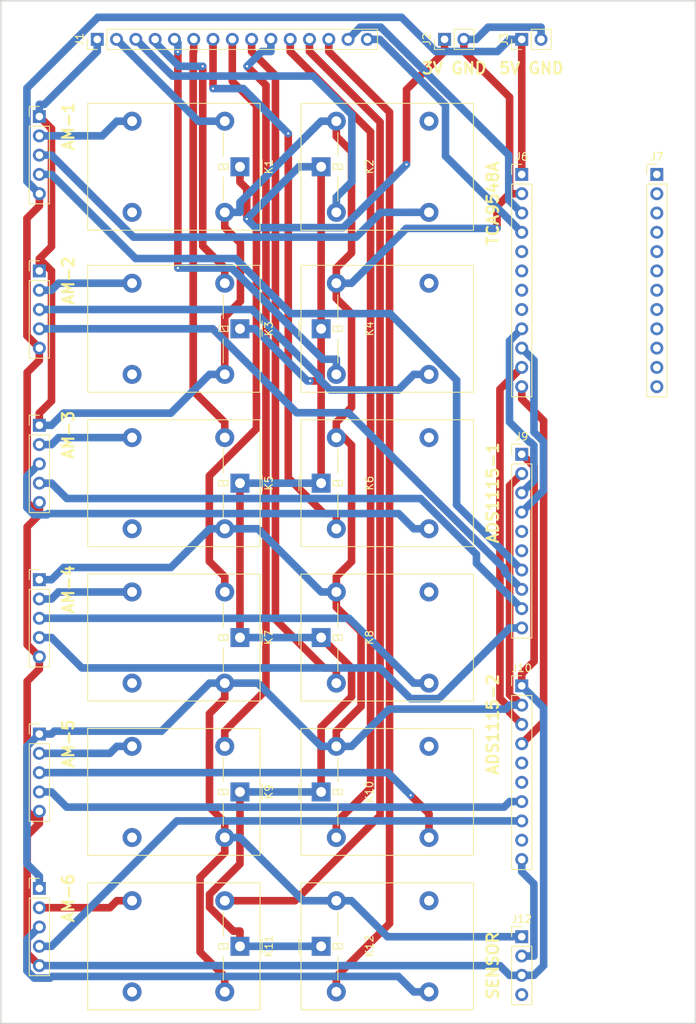
<source format=kicad_pcb>
(kicad_pcb (version 20211014) (generator pcbnew)
  (title_block (title "Base Module - Air") (date "2023-01-03") (rev "0.1") (company "DIKU Design"))
  (layers (0 "F.Cu" signal) (31 "B.Cu" signal) (34 "B.Paste" user) (35 "F.Paste" user) (36 "B.SilkS" user "B.Silkscreen") (37 "F.SilkS" user "F.Silkscreen") (38 "B.Mask" user) (39 "F.Mask" user) (44 "Edge.Cuts" user))
  (net 0 "")
  (net 1 "Net-(J1-Pad1)")
  (net 2 "Net-(J1-Pad2)")
  (net 3 "Net-(J1-Pad3)")
  (net 4 "Net-(J1-Pad4)")
  (net 5 "Net-(J1-Pad5)")
  (net 6 "Net-(J1-Pad6)")
  (net 7 "Net-(J1-Pad7)")
  (net 8 "Net-(J1-Pad8)")
  (net 9 "Net-(J1-Pad9)")
  (net 10 "Net-(J1-Pad10)")
  (net 11 "Net-(J1-Pad11)")
  (net 12 "Net-(J1-Pad12)")
  (net 13 "Net-(J1-Pad13)")
  (net 14 "Net-(J2-Pad1)")
  (net 15 "Net-(J8-Pad2)")
  (net 16 "Net-(J8-Pad3)")
  (net 17 "Net-(J8-Pad4)")
  (net 18 "Net-(J10-Pad1)")
  (net 19 "Net-(J10-Pad3)")
  (net 20 "Net-(J10-Pad4)")
  (net 21 "Net-(J13-Pad3)")
  (net 22 "Net-(J6-Pad9)")
  (net 23 "Net-(J14-Pad2)")
  (net 36 "Net-(J10-Pad7)")
  (net 37 "Net-(J4-Pad2)")
  (net 38 "Net-(J4-Pad3)")
  (net 39 "Net-(J4-Pad4)")
  (net 40 "Net-(J5-Pad2)")
  (net 41 "Net-(J5-Pad3)")
  (net 42 "Net-(J5-Pad4)")
  (net 60 "Net-(J11-Pad4)")
  (net 63 "Net-(J10-Pad8)")
  (net 65 "Net-(J10-Pad10)")
  (net 66 "Net-(J11-Pad2)")
  (net 67 "Net-(J11-Pad3)")
  (net 69 "Net-(J13-Pad2)")
  (net 70 "Net-(J14-Pad3)")
  (net 72 "Net-(J6-Pad10)")
  (net 73 "Net-(J1-Pad15)")
  (net 74 "Net-(J1-Pad14)")
  (footprint "Connector_PinHeader_2.54mm:PinHeader_1x12_P2.54mm_Vertical" (layer "F.Cu") (at 147.32 86.36)
    (fp_text reference "J7")
    (fp_text value "Conn_01x12")
  )
  (footprint "Connector_PinHeader_2.54mm:PinHeader_1x05_P2.54mm_Vertical" (layer "F.Cu") (at 66.04 99.06)
    (fp_text reference "J5" hide)
    (fp_text value "Conn_01x05")
  )
  (footprint "Relay_THT:Relay_SPDT_Omron-G5LE-1" (layer "F.Cu") (at 103.1325 106.68 90)
    (fp_text reference "K4")
    (fp_text value "G5LE-1")
  )
  (footprint "Connector_PinHeader_2.54mm:PinHeader_1x02_P2.54mm_Vertical" (layer "F.Cu") (at 119.38 68.58 90)
    (fp_text reference "J2")
    (fp_text value "Conn_01x02")
  )
  (footprint "Connector_PinHeader_2.54mm:PinHeader_1x05_P2.54mm_Vertical" (layer "F.Cu") (at 66.04 139.7)
    (fp_text reference "J11" hide)
    (fp_text value "Conn_01x05")
  )
  (footprint "Relay_THT:Relay_SPDT_Omron-G5LE-1" (layer "F.Cu") (at 92.4475 187.96 -90)
    (fp_text reference "K11")
    (fp_text value "G5LE-1")
  )
  (footprint "Connector_PinHeader_2.54mm:PinHeader_1x05_P2.54mm_Vertical" (layer "F.Cu") (at 66.04 78.74)
    (fp_text reference "J4" hide)
    (fp_text value "Conn_01x05")
  )
  (footprint "Relay_THT:Relay_SPDT_Omron-G5LE-1" (layer "F.Cu") (at 103.1325 187.96 90)
    (fp_text reference "K12")
    (fp_text value "G5LE-1")
  )
  (footprint "Connector_PinHeader_2.54mm:PinHeader_1x05_P2.54mm_Vertical" (layer "F.Cu") (at 66.04 119.38)
    (fp_text reference "J8" hide)
    (fp_text value "Conn_01x05")
  )
  (footprint "Connector_PinHeader_2.54mm:PinHeader_1x12_P2.54mm_Vertical" (layer "F.Cu") (at 129.54 86.36)
    (fp_text reference "J6")
    (fp_text value "Conn_01x12")
  )
  (footprint "Relay_THT:Relay_SPDT_Omron-G5LE-1" (layer "F.Cu") (at 92.4475 85.3525 -90)
    (fp_text reference "K1")
    (fp_text value "G5LE-1")
  )
  (footprint "Relay_THT:Relay_SPDT_Omron-G5LE-1" (layer "F.Cu") (at 92.4475 106.68 -90)
    (fp_text reference "K3")
    (fp_text value "G5LE-1")
  )
  (footprint "Relay_THT:Relay_SPDT_Omron-G5LE-1" (layer "F.Cu") (at 92.4475 167.64 -90)
    (fp_text reference "K9")
    (fp_text value "G5LE-1")
  )
  (footprint "Connector_PinHeader_2.54mm:PinHeader_1x04_P2.54mm_Vertical" (layer "F.Cu") (at 129.54 186.7)
    (fp_text reference "J12")
    (fp_text value "Conn_01x04")
  )
  (footprint "Relay_THT:Relay_SPDT_Omron-G5LE-1" (layer "F.Cu") (at 103.1325 127 90)
    (fp_text reference "K6")
    (fp_text value "G5LE-1")
  )
  (footprint "Connector_PinHeader_2.54mm:PinHeader_1x10_P2.54mm_Vertical" (layer "F.Cu") (at 129.54 123.195)
    (fp_text reference "J9")
    (fp_text value "Conn_01x10")
  )
  (footprint "Relay_THT:Relay_SPDT_Omron-G5LE-1" (layer "F.Cu") (at 92.4475 147.32 -90)
    (fp_text reference "K7")
    (fp_text value "G5LE-1")
  )
  (footprint "Connector_PinHeader_2.54mm:PinHeader_1x05_P2.54mm_Vertical" (layer "F.Cu") (at 66.04 160.02)
    (fp_text reference "J13" hide)
    (fp_text value "Conn_01x05")
  )
  (footprint "Connector_PinHeader_2.54mm:PinHeader_1x05_P2.54mm_Vertical" (layer "F.Cu") (at 66.04 180.34)
    (fp_text reference "J14" hide)
    (fp_text value "Conn_01x05")
  )
  (footprint "Connector_PinHeader_2.54mm:PinHeader_1x15_P2.54mm_Vertical" (layer "F.Cu") (at 73.66 68.58 90)
    (fp_text reference "J1")
    (fp_text value "Conn_01x15")
  )
  (footprint "Relay_THT:Relay_SPDT_Omron-G5LE-1" (layer "F.Cu") (at 103.1325 167.64 90)
    (fp_text reference "K10")
    (fp_text value "G5LE-1")
  )
  (footprint "Connector_PinHeader_2.54mm:PinHeader_1x02_P2.54mm_Vertical" (layer "F.Cu") (at 129.54 68.58 90)
    (fp_text reference "J3")
    (fp_text value "Conn_01x02")
  )
  (footprint "Connector_PinHeader_2.54mm:PinHeader_1x10_P2.54mm_Vertical" (layer "F.Cu") (at 129.54 153.675)
    (fp_text reference "J10")
    (fp_text value "Conn_01x10")
  )
  (footprint "Relay_THT:Relay_SPDT_Omron-G5LE-1" (layer "F.Cu") (at 92.4475 127 -90)
    (fp_text reference "K5")
    (fp_text value "G5LE-1")
  )
  (footprint "Relay_THT:Relay_SPDT_Omron-G5LE-1" (layer "F.Cu") (at 103.1325 85.3525 90)
    (fp_text reference "K2")
    (fp_text value "G5LE-1")
  )
  (footprint "Relay_THT:Relay_SPDT_Omron-G5LE-1" (layer "F.Cu") (at 103.1325 147.32 90)
    (fp_text reference "K8")
    (fp_text value "G5LE-1")
  )
  (gr_rect (start 60.96 198.12) (end 152.4 63.5) (layer "Edge.Cuts") (width 0.2) (fill none))
  (gr_text "ADS1115-1" (at 125.73 128.27 90) (layer "F.SilkS") (effects (font (size 1.5 1.5) (thickness 0.3))))
  (gr_text "TCA9548A" (at 125.73 90.17 90) (layer "F.SilkS") (effects (font (size 1.5 1.5) (thickness 0.3))))
  (gr_text "5V GND" (at 130.81 72.39) (layer "F.SilkS") (effects (font (size 1.5 1.5) (thickness 0.3))))
  (gr_text "AM-2" (at 69.85 100.33 90) (layer "F.SilkS") (effects (font (size 1.5 1.5) (thickness 0.3))))
  (gr_text "AM-6" (at 69.85 181.61 90) (layer "F.SilkS") (effects (font (size 1.5 1.5) (thickness 0.3))))
  (gr_text "AM-4\n" (at 69.85 140.97 90) (layer "F.SilkS") (effects (font (size 1.5 1.5) (thickness 0.3))))
  (gr_text "ADS1115-2" (at 125.73 158.75 90) (layer "F.SilkS") (effects (font (size 1.5 1.5) (thickness 0.3))))
  (gr_text "AM-3" (at 69.85 120.65 90) (layer "F.SilkS") (effects (font (size 1.5 1.5) (thickness 0.3))))
  (gr_text "AM-1" (at 69.85 80.01 90) (layer "F.SilkS") (effects (font (size 1.5 1.5) (thickness 0.3))))
  (gr_text "AM-5" (at 69.85 161.29 90) (layer "F.SilkS") (effects (font (size 1.5 1.5) (thickness 0.3))))
  (gr_text "SENSOR" (at 125.73 190.5 90) (layer "F.SilkS") (effects (font (size 1.5 1.5) (thickness 0.3))))
  (gr_text "3V GND" (at 120.65 72.39) (layer "F.SilkS") (effects (font (size 1.5 1.5) (thickness 0.3))))
  (segment (start 107.1355 137.3169) (end 105.1325 139.3199) (width 1) (layer "F.Cu") (net 1))
  (segment (start 127.9399 88.9) (end 126.2795 90.5604) (width 1) (layer "F.Cu") (net 1))
  (segment (start 107.1355 116.9969) (end 107.1355 104.6831) (width 1) (layer "F.Cu") (net 1))
  (segment (start 129.54 88.9) (end 128.2525 88.9) (width 1) (layer "F.Cu") (net 1))
  (segment (start 105.1325 141.32) (end 105.1325 139.3199) (width 1) (layer "F.Cu") (net 1))
  (segment (start 121.92 68.58) (end 121.92 70.1801) (width 1) (layer "F.Cu") (net 1))
  (segment (start 127.9399 127.3351) (end 127.9399 154.8357) (width 1) (layer "F.Cu") (net 1))
  (segment (start 107.1355 83.3556) (end 107.1355 96.6769) (width 1) (layer "F.Cu") (net 1))
  (segment (start 105.1325 100.68) (end 105.1325 102.6801) (width 1) (layer "F.Cu") (net 1))
  (segment (start 67.6401 116.1798) (end 66.04 117.7799) (width 1) (layer "F.Cu") (net 1))
  (segment (start 105.1325 79.3525) (end 105.1325 81.3526) (width 1) (layer "F.Cu") (net 1))
  (segment (start 108.3885 146.5761) (end 105.1325 143.3201) (width 1) (layer "F.Cu") (net 1))
  (segment (start 107.1355 104.6831) (end 105.1325 102.6801) (width 1) (layer "F.Cu") (net 1))
  (segment (start 90.4473 110.6797) (end 90.4473 105.1096) (width 1) (layer "F.Cu") (net 1))
  (segment (start 105.1325 159.6399) (end 108.3885 156.3839) (width 1) (layer "F.Cu") (net 1))
  (segment (start 105.1325 161.64) (end 105.1325 159.6399) (width 1) (layer "F.Cu") (net 1))
  (segment (start 90.4475 112.68) (end 90.4475 110.6799) (width 1) (layer "F.Cu") (net 1))
  (segment (start 90.4475 153.32) (end 90.4475 155.3201) (width 1) (layer "F.Cu") (net 1))
  (segment (start 88.4384 169.6308) (end 88.4384 157.3292) (width 1) (layer "F.Cu") (net 1))
  (segment (start 105.1325 121) (end 105.1325 119.9999) (width 1) (layer "F.Cu") (net 1))
  (segment (start 128.2525 88.9) (end 127.9399 88.9) (width 1) (layer "F.Cu") (net 1))
  (segment (start 105.1325 141.32) (end 105.1325 143.3201) (width 1) (layer "F.Cu") (net 1))
  (segment (start 107.1355 96.6769) (end 105.1325 98.6799) (width 1) (layer "F.Cu") (net 1))
  (segment (start 127.9399 88.9) (end 127.9399 76.2) (width 1) (layer "F.Cu") (net 1))
  (segment (start 127.9399 76.2) (end 121.92 70.1801) (width 1) (layer "F.Cu") (net 1))
  (segment (start 127.9399 154.8357) (end 128.3793 155.2751) (width 1) (layer "F.Cu") (net 1))
  (segment (start 105.1325 81.3526) (end 107.1355 83.3556) (width 1) (layer "F.Cu") (net 1))
  (segment (start 90.4475 175.6401) (end 87.1971 178.8905) (width 1) (layer "F.Cu") (net 1))
  (segment (start 90.4475 171.6399) (end 88.4384 169.6308) (width 1) (layer "F.Cu") (net 1))
  (segment (start 87.1971 188.7095) (end 90.4475 191.9599) (width 1) (layer "F.Cu") (net 1))
  (segment (start 67.6401 80.3401) (end 67.6401 95.8598) (width 1) (layer "F.Cu") (net 1))
  (segment (start 105.1325 118.9999) (end 107.1355 116.9969) (width 1) (layer "F.Cu") (net 1))
  (segment (start 90.4475 193.96) (end 90.4475 191.9599) (width 1) (layer "F.Cu") (net 1))
  (segment (start 90.4473 105.1096) (end 92.5081 103.0488) (width 1) (layer "F.Cu") (net 1))
  (segment (start 66.04 119.38) (end 66.04 117.7799) (width 1) (layer "F.Cu") (net 1))
  (segment (start 87.1971 178.8905) (end 87.1971 188.7095) (width 1) (layer "F.Cu") (net 1))
  (segment (start 66.04 99.06) (end 66.04 97.4599) (width 1) (layer "F.Cu") (net 1))
  (segment (start 90.4475 110.6799) (end 90.4473 110.6797) (width 1) (layer "F.Cu") (net 1))
  (segment (start 107.1355 122.0029) (end 107.1355 137.3169) (width 1) (layer "F.Cu") (net 1))
  (segment (start 88.4384 157.3292) (end 90.4475 155.3201) (width 1) (layer "F.Cu") (net 1))
  (segment (start 67.6401 95.8598) (end 66.04 97.4599) (width 1) (layer "F.Cu") (net 1))
  (segment (start 126.2795 90.5604) (end 126.2795 93.4627) (width 1) (layer "F.Cu") (net 1))
  (segment (start 90.4475 91.3525) (end 90.4475 93.3526) (width 1) (layer "F.Cu") (net 1))
  (segment (start 129.54 125.735) (end 127.9399 127.3351) (width 1) (layer "F.Cu") (net 1))
  (segment (start 108.3885 156.3839) (end 108.3885 146.5761) (width 1) (layer "F.Cu") (net 1))
  (segment (start 66.04 97.4599) (end 67.6401 99.06) (width 1) (layer "F.Cu") (net 1))
  (segment (start 105.1325 100.68) (end 105.1325 98.6799) (width 1) (layer "F.Cu") (net 1))
  (segment (start 66.04 78.74) (end 67.6401 80.3401) (width 1) (layer "F.Cu") (net 1))
  (segment (start 92.5081 103.0488) (end 92.5081 95.4132) (width 1) (layer "F.Cu") (net 1))
  (segment (start 105.1325 119.9999) (end 105.1325 118.9999) (width 1) (layer "F.Cu") (net 1))
  (segment (start 90.4475 173.64) (end 90.4475 175.6401) (width 1) (layer "F.Cu") (net 1))
  (segment (start 67.6401 99.06) (end 67.6401 116.1798) (width 1) (layer "F.Cu") (net 1))
  (segment (start 90.4475 173.64) (end 90.4475 171.6399) (width 1) (layer "F.Cu") (net 1))
  (segment (start 128.3793 155.2751) (end 128.6001 155.2751) (width 1) (layer "F.Cu") (net 1))
  (segment (start 128.6001 155.2751) (end 129.54 156.215) (width 1) (layer "F.Cu") (net 1))
  (segment (start 105.1325 119.9999) (end 107.1355 122.0029) (width 1) (layer "F.Cu") (net 1))
  (segment (start 92.5081 95.4132) (end 90.4475 93.3526) (width 1) (layer "F.Cu") (net 1))
  (via (at 126.2795 93.4627) (size 0.8) (drill 0.3) (layers "F.Cu" "B.Cu") (net 1))
  (segment (start 83.3475 117.7799) (end 88.4474 112.68) (width 1) (layer "B.Cu") (net 1))
  (segment (start 73.66 68.58) (end 73.66 70.1801) (width 1) (layer "B.Cu") (net 1))
  (segment (start 64.4076 161.6524) (end 66.04 160.02) (width 1) (layer "B.Cu") (net 1))
  (segment (start 105.1325 100.68) (end 107.1326 100.68) (width 1) (layer "B.Cu") (net 1))
  (segment (start 66.04 178.7399) (end 64.4076 177.1075) (width 1) (layer "B.Cu") (net 1))
  (segment (start 92.4476 173.64) (end 100.7676 181.96) (width 1) (layer "B.Cu") (net 1))
  (segment (start 82.1276 159.6398) (end 88.4474 153.32) (width 1) (layer "B.Cu") (net 1))
  (segment (start 90.4475 153.32) (end 88.4474 153.32) (width 1) (layer "B.Cu") (net 1))
  (segment (start 66.7002 77.1399) (end 66.04 77.1399) (width 1) (layer "B.Cu") (net 1))
  (segment (start 90.4475 173.64) (end 92.4476 173.64) (width 1) (layer "B.Cu") (net 1))
  (segment (start 105.1325 181.96) (end 107.1326 181.96) (width 1) (layer "B.Cu") (net 1))
  (segment (start 103.1324 79.3525) (end 92.4476 90.0373) (width 1) (layer "B.Cu") (net 1))
  (segment (start 73.66 70.1801) (end 66.7002 77.1399) (width 1) (layer "B.Cu") (net 1))
  (segment (start 66.04 139.7) (end 67.6401 139.7) (width 1) (layer "B.Cu") (net 1))
  (segment (start 90.4475 91.3525) (end 92.4476 91.3525) (width 1) (layer "B.Cu") (net 1))
  (segment (start 121.92 68.58) (end 123.5201 68.58) (width 1) (layer "B.Cu") (net 1))
  (segment (start 66.04 180.34) (end 66.04 178.7399) (width 1) (layer "B.Cu") (net 1))
  (segment (start 67.6401 119.38) (end 69.2402 117.7799) (width 1) (layer "B.Cu") (net 1))
  (segment (start 106.1326 161.64) (end 105.1325 161.64) (width 1) (layer "B.Cu") (net 1))
  (segment (start 66.04 160.02) (end 67.6401 160.02) (width 1) (layer "B.Cu") (net 1))
  (segment (start 94.8124 133) (end 103.1324 141.32) (width 1) (layer "B.Cu") (net 1))
  (segment (start 67.6401 139.7) (end 69.2402 138.0999) (width 1) (layer "B.Cu") (net 1))
  (segment (start 90.4475 133) (end 94.8124 133) (width 1) (layer "B.Cu") (net 1))
  (segment (start 90.4475 112.68) (end 88.4474 112.68) (width 1) (layer "B.Cu") (net 1))
  (segment (start 100.7676 181.96) (end 105.1325 181.96) (width 1) (layer "B.Cu") (net 1))
  (segment (start 125.1202 66.9799) (end 123.5201 68.58) (width 1) (layer "B.Cu") (net 1))
  (segment (start 103.1324 161.64) (end 94.8124 153.32) (width 1) (layer "B.Cu") (net 1))
  (segment (start 132.08 68.58) (end 132.08 66.9799) (width 1) (layer "B.Cu") (net 1))
  (segment (start 68.0203 159.6398) (end 82.1276 159.6398) (width 1) (layer "B.Cu") (net 1))
  (segment (start 126.2795 93.4627) (end 114.3499 93.4627) (width 1) (layer "B.Cu") (net 1))
  (segment (start 64.4076 177.1075) (end 64.4076 161.6524) (width 1) (layer "B.Cu") (net 1))
  (segment (start 92.4476 90.0373) (end 92.4476 91.3525) (width 1) (layer "B.Cu") (net 1))
  (segment (start 129.54 186.7) (end 111.8726 186.7) (width 1) (layer "B.Cu") (net 1))
  (segment (start 105.1325 161.64) (end 103.1324 161.64) (width 1) (layer "B.Cu") (net 1))
  (segment (start 66.04 78.74) (end 66.04 77.1399) (width 1) (layer "B.Cu") (net 1))
  (segment (start 112.0398 156.7328) (end 127.4221 156.7328) (width 1) (layer "B.Cu") (net 1))
  (segment (start 66.04 119.38) (end 67.6401 119.38) (width 1) (layer "B.Cu") (net 1))
  (segment (start 129.54 156.215) (end 127.9399 156.215) (width 1) (layer "B.Cu") (net 1))
  (segment (start 105.1325 79.3525) (end 103.1324 79.3525) (width 1) (layer "B.Cu") (net 1))
  (segment (start 90.4475 133) (end 88.4474 133) (width 1) (layer "B.Cu") (net 1))
  (segment (start 107.1326 161.64) (end 112.0398 156.7328) (width 1) (layer "B.Cu") (net 1))
  (segment (start 69.2402 117.7799) (end 83.3475 117.7799) (width 1) (layer "B.Cu") (net 1))
  (segment (start 127.4221 156.7328) (end 127.9399 156.215) (width 1) (layer "B.Cu") (net 1))
  (segment (start 69.2402 138.0999) (end 83.3475 138.0999) (width 1) (layer "B.Cu") (net 1))
  (segment (start 114.3499 93.4627) (end 107.1326 100.68) (width 1) (layer "B.Cu") (net 1))
  (segment (start 111.8726 186.7) (end 107.1326 181.96) (width 1) (layer "B.Cu") (net 1))
  (segment (start 83.3475 138.0999) (end 88.4474 133) (width 1) (layer "B.Cu") (net 1))
  (segment (start 67.6401 160.02) (end 68.0203 159.6398) (width 1) (layer "B.Cu") (net 1))
  (segment (start 106.1326 161.64) (end 107.1326 161.64) (width 1) (layer "B.Cu") (net 1))
  (segment (start 105.1325 141.32) (end 103.1324 141.32) (width 1) (layer "B.Cu") (net 1))
  (segment (start 132.08 66.9799) (end 125.1202 66.9799) (width 1) (layer "B.Cu") (net 1))
  (segment (start 94.8124 153.32) (end 90.4475 153.32) (width 1) (layer "B.Cu") (net 1))
  (segment (start 76.2 68.58) (end 86.9725 79.3525) (width 1) (layer "B.Cu") (net 2))
  (segment (start 86.9725 79.3525) (end 90.4475 79.3525) (width 1) (layer "B.Cu") (net 2))
  (segment (start 105.1325 91.3525) (end 105.1325 89.3524) (width 1) (layer "B.Cu") (net 3))
  (segment (start 83.5733 73.4133) (end 78.74 68.58) (width 1) (layer "B.Cu") (net 3))
  (segment (start 107.1738 78.5143) (end 102.0728 73.4133) (width 1) (layer "B.Cu") (net 3))
  (segment (start 107.1738 87.3111) (end 107.1738 78.5143) (width 1) (layer "B.Cu") (net 3))
  (segment (start 105.1325 89.3524) (end 107.1738 87.3111) (width 1) (layer "B.Cu") (net 3))
  (segment (start 102.0728 73.4133) (end 83.5733 73.4133) (width 1) (layer "B.Cu") (net 3))
  (segment (start 90.4475 98.6799) (end 87.5448 95.7772) (width 1) (layer "F.Cu") (net 4))
  (segment (start 90.4475 100.68) (end 90.4475 98.6799) (width 1) (layer "F.Cu") (net 4))
  (segment (start 87.5448 95.7772) (end 87.5448 72.1218) (width 1) (layer "F.Cu") (net 4))
  (via (at 87.5448 72.1218) (size 0.8) (drill 0.3) (layers "F.Cu" "B.Cu") (net 4))
  (segment (start 81.28 68.58) (end 81.28 68.9935) (width 1) (layer "B.Cu") (net 4))
  (segment (start 84.4083 72.1218) (end 87.5448 72.1218) (width 1) (layer "B.Cu") (net 4))
  (segment (start 81.28 68.9935) (end 84.4083 72.1218) (width 1) (layer "B.Cu") (net 4))
  (segment (start 84.2759 70.2215) (end 84.2759 98.6799) (width 1) (layer "F.Cu") (net 5))
  (via (at 84.2759 98.6799) (size 0.8) (drill 0.3) (layers "F.Cu" "B.Cu") (net 5))
  (via (at 84.2759 70.2215) (size 0.8) (drill 0.3) (layers "F.Cu" "B.Cu") (net 5))
  (segment (start 103.35 110.6799) (end 91.35 98.6799) (width 1) (layer "B.Cu") (net 5))
  (segment (start 105.1325 110.6799) (end 103.35 110.6799) (width 1) (layer "B.Cu") (net 5))
  (segment (start 105.1325 112.68) (end 105.1325 110.6799) (width 1) (layer "B.Cu") (net 5))
  (segment (start 91.35 98.6799) (end 84.2759 98.6799) (width 1) (layer "B.Cu") (net 5))
  (segment (start 83.82 68.58) (end 84.2759 69.0359) (width 1) (layer "B.Cu") (net 5))
  (segment (start 84.2759 69.0359) (end 84.2759 70.2215) (width 1) (layer "B.Cu") (net 5))
  (segment (start 86.2946 114.847) (end 86.2946 70.2455) (width 1) (layer "F.Cu") (net 6))
  (segment (start 90.4475 121) (end 90.4475 118.9999) (width 1) (layer "F.Cu") (net 6))
  (segment (start 90.4475 118.9999) (end 86.2946 114.847) (width 1) (layer "F.Cu") (net 6))
  (segment (start 86.2946 70.2455) (end 86.36 70.1801) (width 1) (layer "F.Cu") (net 6))
  (segment (start 86.36 68.58) (end 86.36 70.1801) (width 1) (layer "F.Cu") (net 6))
  (segment (start 103.4985 130.9999) (end 105.1325 130.9999) (width 1) (layer "F.Cu") (net 7))
  (segment (start 105.1325 133) (end 105.1325 130.9999) (width 1) (layer "F.Cu") (net 7))
  (segment (start 98.8069 80.9746) (end 98.8069 126.3083) (width 1) (layer "F.Cu") (net 7))
  (segment (start 88.9 75.0599) (end 88.9 68.58) (width 1) (layer "F.Cu") (net 7))
  (segment (start 98.8069 126.3083) (end 103.4985 130.9999) (width 1) (layer "F.Cu") (net 7))
  (via (at 88.9 75.0599) (size 0.8) (drill 0.3) (layers "F.Cu" "B.Cu") (net 7))
  (via (at 98.8069 80.9746) (size 0.8) (drill 0.3) (layers "F.Cu" "B.Cu") (net 7))
  (segment (start 92.8922 75.0599) (end 88.9 75.0599) (width 1) (layer "B.Cu") (net 7))
  (segment (start 98.8069 80.9746) (end 92.8922 75.0599) (width 1) (layer "B.Cu") (net 7))
  (segment (start 94.6181 119.8292) (end 94.6181 77.2866) (width 1) (layer "F.Cu") (net 8))
  (segment (start 94.6181 77.2866) (end 91.44 74.1085) (width 1) (layer "F.Cu") (net 8))
  (segment (start 90.4475 139.3199) (end 88.4144 137.2868) (width 1) (layer "F.Cu") (net 8))
  (segment (start 91.44 74.1085) (end 91.44 68.58) (width 1) (layer "F.Cu") (net 8))
  (segment (start 88.4144 137.2868) (end 88.4144 126.0329) (width 1) (layer "F.Cu") (net 8))
  (segment (start 88.4144 126.0329) (end 94.6181 119.8292) (width 1) (layer "F.Cu") (net 8))
  (segment (start 90.4475 141.32) (end 90.4475 139.3199) (width 1) (layer "F.Cu") (net 8))
  (segment (start 97.1183 144.9308) (end 97.1183 73.3184) (width 1) (layer "F.Cu") (net 9))
  (segment (start 105.1325 151.3199) (end 103.5074 151.3199) (width 1) (layer "F.Cu") (net 9))
  (segment (start 103.5074 151.3199) (end 97.1183 144.9308) (width 1) (layer "F.Cu") (net 9))
  (segment (start 97.1183 73.3184) (end 93.98 70.1801) (width 1) (layer "F.Cu") (net 9))
  (segment (start 105.1325 153.32) (end 105.1325 151.3199) (width 1) (layer "F.Cu") (net 9))
  (segment (start 93.98 68.58) (end 93.98 70.1801) (width 1) (layer "F.Cu") (net 9))
  (segment (start 95.8682 154.2192) (end 95.8682 74.6114) (width 1) (layer "F.Cu") (net 10))
  (segment (start 90.4475 159.6399) (end 95.8682 154.2192) (width 1) (layer "F.Cu") (net 10))
  (segment (start 95.8682 74.6114) (end 93.3786 72.1218) (width 1) (layer "F.Cu") (net 10))
  (segment (start 90.4475 161.64) (end 90.4475 159.6399) (width 1) (layer "F.Cu") (net 10))
  (via (at 93.3786 72.1218) (size 0.8) (drill 0.3) (layers "F.Cu" "B.Cu") (net 10))
  (segment (start 95.3203 70.1801) (end 93.3786 72.1218) (width 1) (layer "B.Cu") (net 10))
  (segment (start 96.52 68.58) (end 96.52 70.1801) (width 1) (layer "B.Cu") (net 10))
  (segment (start 96.52 70.1801) (end 95.3203 70.1801) (width 1) (layer "B.Cu") (net 10))
  (segment (start 105.1325 171.6399) (end 109.6386 167.1338) (width 1) (layer "F.Cu") (net 11))
  (segment (start 109.6386 80.7587) (end 99.06 70.1801) (width 1) (layer "F.Cu") (net 11))
  (segment (start 105.1325 173.64) (end 105.1325 171.6399) (width 1) (layer "F.Cu") (net 11))
  (segment (start 109.6386 167.1338) (end 109.6386 80.7587) (width 1) (layer "F.Cu") (net 11))
  (segment (start 99.06 68.58) (end 99.06 70.1801) (width 1) (layer "F.Cu") (net 11))
  (segment (start 110.8887 79.4688) (end 101.6 70.1801) (width 1) (layer "F.Cu") (net 12))
  (segment (start 110.8887 170.7607) (end 110.8887 79.4688) (width 1) (layer "F.Cu") (net 12))
  (segment (start 101.6 68.58) (end 101.6 70.1801) (width 1) (layer "F.Cu") (net 12))
  (segment (start 90.4475 181.96) (end 99.6894 181.96) (width 1) (layer "F.Cu") (net 12))
  (segment (start 99.6894 181.96) (end 110.8887 170.7607) (width 1) (layer "F.Cu") (net 12))
  (segment (start 105.1325 193.96) (end 105.1325 191.9599) (width 1) (layer "F.Cu") (net 13))
  (segment (start 104.14 68.58) (end 104.14 70.1801) (width 1) (layer "F.Cu") (net 13))
  (segment (start 105.1325 191.9599) (end 112.1388 184.9536) (width 1) (layer "F.Cu") (net 13))
  (segment (start 112.1388 78.1789) (end 104.14 70.1801) (width 1) (layer "F.Cu") (net 13))
  (segment (start 112.1388 184.9536) (end 112.1388 78.1789) (width 1) (layer "F.Cu") (net 13))
  (segment (start 103.1325 85.3525) (end 103.1325 87.3526) (width 1) (layer "F.Cu") (net 14))
  (segment (start 92.4476 129.0002) (end 92.4476 145.3199) (width 1) (layer "F.Cu") (net 14))
  (segment (start 103.1324 108.6801) (end 103.1325 108.6801) (width 1) (layer "F.Cu") (net 14))
  (segment (start 103.1325 106.68) (end 103.1325 104.6799) (width 1) (layer "F.Cu") (net 14))
  (segment (start 114.3699 75.1902) (end 114.3699 85.0436) (width 1) (layer "F.Cu") (net 14))
  (segment (start 103.1324 113.5393) (end 103.1324 108.6801) (width 1) (layer "F.Cu") (net 14))
  (segment (start 91.5736 185.9599) (end 88.4472 182.8335) (width 1) (layer "F.Cu") (net 14))
  (segment (start 92.4476 177.126) (end 92.4476 169.6401) (width 1) (layer "F.Cu") (net 14))
  (segment (start 103.1324 113.5393) (end 101.6838 113.5393) (width 1) (layer "F.Cu") (net 14))
  (segment (start 93.3409 88.246) (end 93.3409 92.2271) (width 1) (layer "F.Cu") (net 14))
  (segment (start 107.1384 155.0885) (end 107.1384 151.3259) (width 1) (layer "F.Cu") (net 14))
  (segment (start 103.1324 87.3527) (end 103.1324 104.6799) (width 1) (layer "F.Cu") (net 14))
  (segment (start 103.1325 127) (end 103.1325 124.9999) (width 1) (layer "F.Cu") (net 14))
  (segment (start 103.1324 124.9998) (end 103.1324 113.5393) (width 1) (layer "F.Cu") (net 14))
  (segment (start 92.4476 145.3199) (end 92.4475 145.3199) (width 1) (layer "F.Cu") (net 14))
  (segment (start 92.4475 127) (end 92.4475 129.0001) (width 1) (layer "F.Cu") (net 14))
  (segment (start 88.4472 181.1264) (end 92.4476 177.126) (width 1) (layer "F.Cu") (net 14))
  (segment (start 103.1323 159.0946) (end 107.1384 155.0885) (width 1) (layer "F.Cu") (net 14))
  (segment (start 92.4475 167.64) (end 92.4475 169.6401) (width 1) (layer "F.Cu") (net 14))
  (segment (start 119.38 68.58) (end 119.38 70.1801) (width 1) (layer "F.Cu") (net 14))
  (segment (start 92.4475 129.0001) (end 92.4476 129.0002) (width 1) (layer "F.Cu") (net 14))
  (segment (start 107.1384 151.3259) (end 103.1325 147.32) (width 1) (layer "F.Cu") (net 14))
  (segment (start 103.1325 106.68) (end 103.1325 108.6801) (width 1) (layer "F.Cu") (net 14))
  (segment (start 103.1324 104.6799) (end 103.1325 104.6799) (width 1) (layer "F.Cu") (net 14))
  (segment (start 92.4475 87.3526) (end 93.3409 88.246) (width 1) (layer "F.Cu") (net 14))
  (segment (start 103.1325 167.64) (end 103.1325 165.6399) (width 1) (layer "F.Cu") (net 14))
  (segment (start 103.1325 124.9999) (end 103.1324 124.9998) (width 1) (layer "F.Cu") (net 14))
  (segment (start 92.4475 147.32) (end 92.4475 145.3199) (width 1) (layer "F.Cu") (net 14))
  (segment (start 88.4472 182.8335) (end 88.4472 181.1264) (width 1) (layer "F.Cu") (net 14))
  (segment (start 119.38 70.1801) (end 114.3699 75.1902) (width 1) (layer "F.Cu") (net 14))
  (segment (start 92.4475 187.96) (end 92.4475 185.9599) (width 1) (layer "F.Cu") (net 14))
  (segment (start 92.4476 169.6401) (end 92.4475 169.6401) (width 1) (layer "F.Cu") (net 14))
  (segment (start 92.4475 185.9599) (end 91.5736 185.9599) (width 1) (layer "F.Cu") (net 14))
  (segment (start 103.1325 87.3526) (end 103.1324 87.3527) (width 1) (layer "F.Cu") (net 14))
  (segment (start 103.1325 165.6399) (end 103.1323 165.6397) (width 1) (layer "F.Cu") (net 14))
  (segment (start 92.4475 85.3525) (end 92.4475 87.3526) (width 1) (layer "F.Cu") (net 14))
  (segment (start 103.1323 165.6397) (end 103.1323 159.0946) (width 1) (layer "F.Cu") (net 14))
  (via (at 114.3699 85.0436) (size 0.8) (drill 0.3) (layers "F.Cu" "B.Cu") (net 14))
  (via (at 101.6838 113.5393) (size 0.8) (drill 0.3) (layers "F.Cu" "B.Cu") (net 14))
  (via (at 93.3409 92.2271) (size 0.8) (drill 0.3) (layers "F.Cu" "B.Cu") (net 14))
  (segment (start 103.1325 187.96) (end 92.4475 187.96) (width 1) (layer "B.Cu") (net 14))
  (segment (start 100.2155 85.3525) (end 93.3409 92.2271) (width 1) (layer "B.Cu") (net 14))
  (segment (start 101.6838 113.5393) (end 101.3069 113.5393) (width 1) (layer "B.Cu") (net 14))
  (segment (start 103.1325 147.32) (end 92.4475 147.32) (width 1) (layer "B.Cu") (net 14))
  (segment (start 101.3069 113.5393) (end 94.4476 106.68) (width 1) (layer "B.Cu") (net 14))
  (segment (start 114.3699 85.0436) (end 106.0557 93.3578) (width 1) (layer "B.Cu") (net 14))
  (segment (start 103.1325 167.64) (end 92.4475 167.64) (width 1) (layer "B.Cu") (net 14))
  (segment (start 103.1325 127) (end 92.4475 127) (width 1) (layer "B.Cu") (net 14))
  (segment (start 106.0557 93.3578) (end 94.4716 93.3578) (width 1) (layer "B.Cu") (net 14))
  (segment (start 103.1325 85.3525) (end 100.2155 85.3525) (width 1) (layer "B.Cu") (net 14))
  (segment (start 94.4716 93.3578) (end 93.3409 92.2271) (width 1) (layer "B.Cu") (net 14))
  (segment (start 92.4475 106.68) (end 94.4476 106.68) (width 1) (layer "B.Cu") (net 14))
  (segment (start 78.2475 121) (end 68.5601 121) (width 1) (layer "B.Cu") (net 15))
  (segment (start 66.04 121.92) (end 67.6401 121.92) (width 1) (layer "B.Cu") (net 15))
  (segment (start 68.5601 121) (end 67.6401 121.92) (width 1) (layer "B.Cu") (net 15))
  (segment (start 67.2195 130.9999) (end 67.0579 131.1615) (width 1) (layer "B.Cu") (net 16))
  (segment (start 115.3324 133) (end 113.3323 130.9999) (width 1) (layer "B.Cu") (net 16))
  (segment (start 65.3456 131.1615) (end 64.404 130.2199) (width 1) (layer "B.Cu") (net 16))
  (segment (start 113.3323 130.9999) (end 67.2195 130.9999) (width 1) (layer "B.Cu") (net 16))
  (segment (start 117.3325 133) (end 115.3324 133) (width 1) (layer "B.Cu") (net 16))
  (segment (start 64.404 126.096) (end 66.04 124.46) (width 1) (layer "B.Cu") (net 16))
  (segment (start 64.404 130.2199) (end 64.404 126.096) (width 1) (layer "B.Cu") (net 16))
  (segment (start 67.0579 131.1615) (end 65.3456 131.1615) (width 1) (layer "B.Cu") (net 16))
  (segment (start 67.6401 127) (end 69.6581 129.018) (width 1) (layer "B.Cu") (net 17))
  (segment (start 66.04 127) (end 67.6401 127) (width 1) (layer "B.Cu") (net 17))
  (segment (start 123.5757 137.5507) (end 129.54 143.515) (width 1) (layer "B.Cu") (net 17))
  (segment (start 116.2175 129.018) (end 123.5757 136.3762) (width 1) (layer "B.Cu") (net 17))
  (segment (start 69.6581 129.018) (end 116.2175 129.018) (width 1) (layer "B.Cu") (net 17))
  (segment (start 123.5757 136.3762) (end 123.5757 137.5507) (width 1) (layer "B.Cu") (net 17))
  (segment (start 66.04 90.5001) (end 64.4076 92.1325) (width 1) (layer "F.Cu") (net 18))
  (segment (start 64.4076 92.1325) (end 64.4076 107.5876) (width 1) (layer "F.Cu") (net 18))
  (segment (start 64.4398 170.1799) (end 66.04 171.7801) (width 1) (layer "F.Cu") (net 18))
  (segment (start 66.04 131.1401) (end 64.4398 129.5399) (width 1) (layer "F.Cu") (net 18))
  (segment (start 64.4398 148.2598) (end 66.04 149.86) (width 1) (layer "F.Cu") (net 18))
  (segment (start 64.4398 132.7403) (end 64.4398 148.2598) (width 1) (layer "F.Cu") (net 18))
  (segment (start 64.4398 173.3803) (end 66.04 171.7801) (width 1) (layer "F.Cu") (net 18))
  (segment (start 64.4076 107.5876) (end 66.04 109.22) (width 1) (layer "F.Cu") (net 18))
  (segment (start 66.04 190.5) (end 64.4398 188.8998) (width 1) (layer "F.Cu") (net 18))
  (segment (start 66.04 149.86) (end 66.04 151.4601) (width 1) (layer "F.Cu") (net 18))
  (segment (start 129.54 153.675) (end 129.54 152.0749) (width 1) (layer "F.Cu") (net 18))
  (segment (start 66.04 109.22) (end 66.04 110.8201) (width 1) (layer "F.Cu") (net 18))
  (segment (start 64.4398 153.0603) (end 64.4398 170.1799) (width 1) (layer "F.Cu") (net 18))
  (segment (start 131.1704 150.4445) (end 131.1704 124.8254) (width 1) (layer "F.Cu") (net 18))
  (segment (start 64.4398 188.8998) (end 64.4398 173.3803) (width 1) (layer "F.Cu") (net 18))
  (segment (start 66.04 131.1401) (end 64.4398 132.7403) (width 1) (layer "F.Cu") (net 18))
  (segment (start 66.04 129.54) (end 66.04 131.1401) (width 1) (layer "F.Cu") (net 18))
  (segment (start 64.4398 129.5399) (end 64.4398 112.4203) (width 1) (layer "F.Cu") (net 18))
  (segment (start 66.04 88.9) (end 66.04 90.5001) (width 1) (layer "F.Cu") (net 18))
  (segment (start 64.4398 112.4203) (end 66.04 110.8201) (width 1) (layer "F.Cu") (net 18))
  (segment (start 129.54 152.0749) (end 131.1704 150.4445) (width 1) (layer "F.Cu") (net 18))
  (segment (start 131.1704 124.8254) (end 129.54 123.195) (width 1) (layer "F.Cu") (net 18))
  (segment (start 66.04 151.4601) (end 64.4398 153.0603) (width 1) (layer "F.Cu") (net 18))
  (segment (start 129.54 68.58) (end 129.54 86.36) (width 1) (layer "F.Cu") (net 18))
  (segment (start 66.04 170.18) (end 66.04 171.7801) (width 1) (layer "F.Cu") (net 18))
  (segment (start 64.4076 75.0045) (end 64.4076 87.2676) (width 1) (layer "B.Cu") (net 18))
  (segment (start 129.54 68.58) (end 127.9399 68.58) (width 1) (layer "B.Cu") (net 18))
  (segment (start 129.54 153.675) (end 132.4254 156.5604) (width 1) (layer "B.Cu") (net 18))
  (segment (start 130.1206 191.78) (end 131.1401 191.78) (width 1) (layer "B.Cu") (net 18))
  (segment (start 73.7332 65.6789) (end 64.4076 75.0045) (width 1) (layer "B.Cu") (net 18))
  (segment (start 130.1206 191.78) (end 129.54 191.78) (width 1) (layer "B.Cu") (net 18))
  (segment (start 113.7144 65.6789) (end 73.7332 65.6789) (width 1) (layer "B.Cu") (net 18))
  (segment (start 118.2157 70.1802) (end 113.7144 65.6789) (width 1) (layer "B.Cu") (net 18))
  (segment (start 126.6599 190.5) (end 66.04 190.5) (width 1) (layer "B.Cu") (net 18))
  (segment (start 64.4076 87.2676) (end 66.04 88.9) (width 1) (layer "B.Cu") (net 18))
  (segment (start 126.3397 70.1802) (end 118.2157 70.1802) (width 1) (layer "B.Cu") (net 18))
  (segment (start 127.9399 68.58) (end 126.3397 70.1802) (width 1) (layer "B.Cu") (net 18))
  (segment (start 132.4254 156.5604) (end 132.4254 190.4947) (width 1) (layer "B.Cu") (net 18))
  (segment (start 127.9399 191.78) (end 126.6599 190.5) (width 1) (layer "B.Cu") (net 18))
  (segment (start 129.54 191.78) (end 127.9399 191.78) (width 1) (layer "B.Cu") (net 18))
  (segment (start 132.4254 190.4947) (end 131.1401 191.78) (width 1) (layer "B.Cu") (net 18))
  (segment (start 129.54 111.76) (end 126.6698 114.6302) (width 1) (layer "F.Cu") (net 19))
  (segment (start 127.9198 156.5835) (end 127.9199 156.5835) (width 1) (layer "F.Cu") (net 19))
  (segment (start 126.6698 155.3335) (end 127.9198 156.5835) (width 1) (layer "F.Cu") (net 19))
  (segment (start 126.6698 114.6302) (end 126.6698 155.3335) (width 1) (layer "F.Cu") (net 19))
  (segment (start 127.9199 157.1349) (end 129.54 158.755) (width 1) (layer "F.Cu") (net 19))
  (segment (start 127.9199 156.5835) (end 127.9199 157.1349) (width 1) (layer "F.Cu") (net 19))
  (segment (start 132.4205 118.7806) (end 129.54 115.9001) (width 1) (layer "F.Cu") (net 20))
  (segment (start 132.4205 158.4145) (end 132.4205 118.7806) (width 1) (layer "F.Cu") (net 20))
  (segment (start 129.54 114.3) (end 129.54 115.9001) (width 1) (layer "F.Cu") (net 20))
  (segment (start 129.54 161.295) (end 132.4205 158.4145) (width 1) (layer "F.Cu") (net 20))
  (segment (start 117.3325 170.502) (end 114.9099 168.0794) (width 1) (layer "F.Cu") (net 21))
  (segment (start 117.3325 173.64) (end 117.3325 170.502) (width 1) (layer "F.Cu") (net 21))
  (via (at 114.9099 168.0794) (size 0.8) (drill 0.3) (layers "F.Cu" "B.Cu") (net 21))
  (segment (start 66.04 165.1) (end 111.9305 165.1) (width 1) (layer "B.Cu") (net 21))
  (segment (start 111.9305 165.1) (end 114.9099 168.0794) (width 1) (layer "B.Cu") (net 21))
  (segment (start 129.54 128.275) (end 131.1401 126.6749) (width 1) (layer "B.Cu") (net 22))
  (segment (start 131.1401 122.0343) (end 130.7007 121.5949) (width 1) (layer "B.Cu") (net 22))
  (segment (start 131.1401 126.6749) (end 131.1401 122.0343) (width 1) (layer "B.Cu") (net 22))
  (segment (start 127.9237 108.2963) (end 129.54 106.68) (width 1) (layer "B.Cu") (net 22))
  (segment (start 130.7007 121.5949) (end 130.5808 121.5949) (width 1) (layer "B.Cu") (net 22))
  (segment (start 127.9237 118.9378) (end 127.9237 108.2963) (width 1) (layer "B.Cu") (net 22))
  (segment (start 130.5808 121.5949) (end 127.9237 118.9378) (width 1) (layer "B.Cu") (net 22))
  (segment (start 66.04 182.88) (end 75.3274 182.88) (width 1) (layer "F.Cu") (net 23))
  (segment (start 75.3274 182.88) (end 76.2474 181.96) (width 1) (layer "F.Cu") (net 23))
  (segment (start 78.2475 181.96) (end 76.2474 181.96) (width 1) (layer "F.Cu") (net 23))
  (segment (start 127.9399 168.915) (end 127.2147 169.6402) (width 1) (layer "B.Cu") (net 36))
  (segment (start 66.04 167.64) (end 67.6401 167.64) (width 1) (layer "B.Cu") (net 36))
  (segment (start 69.6403 169.6402) (end 67.6401 167.64) (width 1) (layer "B.Cu") (net 36))
  (segment (start 127.2147 169.6402) (end 69.6403 169.6402) (width 1) (layer "B.Cu") (net 36))
  (segment (start 129.54 168.915) (end 127.9399 168.915) (width 1) (layer "B.Cu") (net 36))
  (segment (start 76.2474 79.3525) (end 74.3199 81.28) (width 1) (layer "B.Cu") (net 37))
  (segment (start 78.2475 79.3525) (end 76.2474 79.3525) (width 1) (layer "B.Cu") (net 37))
  (segment (start 74.3199 81.28) (end 66.04 81.28) (width 1) (layer "B.Cu") (net 37))
  (segment (start 110.9967 91.3525) (end 115.3324 91.3525) (width 1) (layer "B.Cu") (net 38))
  (segment (start 78.4313 94.6112) (end 107.738 94.6112) (width 1) (layer "B.Cu") (net 38))
  (segment (start 117.3325 91.3525) (end 115.3324 91.3525) (width 1) (layer "B.Cu") (net 38))
  (segment (start 107.738 94.6112) (end 110.9967 91.3525) (width 1) (layer "B.Cu") (net 38))
  (segment (start 66.04 83.82) (end 67.6401 83.82) (width 1) (layer "B.Cu") (net 38))
  (segment (start 67.6401 83.82) (end 78.4313 94.6112) (width 1) (layer "B.Cu") (net 38))
  (segment (start 120.9666 113.4314) (end 112.215 104.6798) (width 1) (layer "B.Cu") (net 39))
  (segment (start 99.1178 104.6798) (end 91.8677 97.4297) (width 1) (layer "B.Cu") (net 39))
  (segment (start 120.9666 129.8616) (end 120.9666 113.4314) (width 1) (layer "B.Cu") (net 39))
  (segment (start 78.7098 97.4297) (end 67.6401 86.36) (width 1) (layer "B.Cu") (net 39))
  (segment (start 91.8677 97.4297) (end 78.7098 97.4297) (width 1) (layer "B.Cu") (net 39))
  (segment (start 112.215 104.6798) (end 99.1178 104.6798) (width 1) (layer "B.Cu") (net 39))
  (segment (start 66.04 86.36) (end 67.6401 86.36) (width 1) (layer "B.Cu") (net 39))
  (segment (start 129.54 138.435) (end 120.9666 129.8616) (width 1) (layer "B.Cu") (net 39))
  (segment (start 66.04 101.6) (end 67.6401 101.6) (width 1) (layer "B.Cu") (net 40))
  (segment (start 78.2475 100.68) (end 68.5601 100.68) (width 1) (layer "B.Cu") (net 40))
  (segment (start 68.5601 100.68) (end 67.6401 101.6) (width 1) (layer "B.Cu") (net 40))
  (segment (start 104.333 114.7262) (end 102.9339 113.3271) (width 1) (layer "B.Cu") (net 41))
  (segment (start 102.9339 113.0214) (end 94.0525 104.14) (width 1) (layer "B.Cu") (net 41))
  (segment (start 113.2862 114.7262) (end 104.333 114.7262) (width 1) (layer "B.Cu") (net 41))
  (segment (start 117.3325 112.68) (end 115.3324 112.68) (width 1) (layer "B.Cu") (net 41))
  (segment (start 115.3324 112.68) (end 113.2862 114.7262) (width 1) (layer "B.Cu") (net 41))
  (segment (start 94.0525 104.14) (end 66.04 104.14) (width 1) (layer "B.Cu") (net 41))
  (segment (start 102.9339 113.3271) (end 102.9339 113.0214) (width 1) (layer "B.Cu") (net 41))
  (segment (start 106.7079 117.7244) (end 127.3105 138.327) (width 1) (layer "B.Cu") (net 42))
  (segment (start 66.04 106.68) (end 88.8679 106.68) (width 1) (layer "B.Cu") (net 42))
  (segment (start 88.8679 106.68) (end 99.9123 117.7244) (width 1) (layer "B.Cu") (net 42))
  (segment (start 127.3105 138.327) (end 127.3105 138.7455) (width 1) (layer "B.Cu") (net 42))
  (segment (start 99.9123 117.7244) (end 106.7079 117.7244) (width 1) (layer "B.Cu") (net 42))
  (segment (start 127.3105 138.7455) (end 129.54 140.975) (width 1) (layer "B.Cu") (net 42))
  (segment (start 127.9399 146.055) (end 118.6393 155.3556) (width 1) (layer "B.Cu") (net 60))
  (segment (start 71.6399 151.3198) (end 67.6401 147.32) (width 1) (layer "B.Cu") (net 60))
  (segment (start 129.54 146.055) (end 127.9399 146.055) (width 1) (layer "B.Cu") (net 60))
  (segment (start 110.8636 151.3198) (end 71.6399 151.3198) (width 1) (layer "B.Cu") (net 60))
  (segment (start 66.04 147.32) (end 67.6401 147.32) (width 1) (layer "B.Cu") (net 60))
  (segment (start 114.8994 155.3556) (end 110.8636 151.3198) (width 1) (layer "B.Cu") (net 60))
  (segment (start 118.6393 155.3556) (end 114.8994 155.3556) (width 1) (layer "B.Cu") (net 60))
  (segment (start 127.9399 171.455) (end 84.1451 171.455) (width 1) (layer "B.Cu") (net 63))
  (segment (start 84.1451 171.455) (end 67.6401 187.96) (width 1) (layer "B.Cu") (net 63))
  (segment (start 66.04 187.96) (end 67.6401 187.96) (width 1) (layer "B.Cu") (net 63))
  (segment (start 129.54 171.455) (end 127.9399 171.455) (width 1) (layer "B.Cu") (net 63))
  (segment (start 129.54 178.1351) (end 131.1401 179.7352) (width 1) (layer "B.Cu") (net 65))
  (segment (start 129.54 176.535) (end 129.54 178.1351) (width 1) (layer "B.Cu") (net 65))
  (segment (start 131.1401 179.7352) (end 131.1401 189.24) (width 1) (layer "B.Cu") (net 65))
  (segment (start 129.54 189.24) (end 131.1401 189.24) (width 1) (layer "B.Cu") (net 65))
  (segment (start 66.04 142.24) (end 67.6401 142.24) (width 1) (layer "B.Cu") (net 66))
  (segment (start 78.2475 141.32) (end 68.5601 141.32) (width 1) (layer "B.Cu") (net 66))
  (segment (start 68.5601 141.32) (end 67.6401 142.24) (width 1) (layer "B.Cu") (net 66))
  (segment (start 106.7924 144.78) (end 66.04 144.78) (width 1) (layer "B.Cu") (net 67))
  (segment (start 115.3324 153.32) (end 106.7924 144.78) (width 1) (layer "B.Cu") (net 67))
  (segment (start 117.3325 153.32) (end 115.3324 153.32) (width 1) (layer "B.Cu") (net 67))
  (segment (start 75.3274 162.56) (end 76.2474 161.64) (width 1) (layer "B.Cu") (net 69))
  (segment (start 78.2475 161.64) (end 76.2474 161.64) (width 1) (layer "B.Cu") (net 69))
  (segment (start 66.04 162.56) (end 75.3274 162.56) (width 1) (layer "B.Cu") (net 69))
  (segment (start 67.4495 192.1505) (end 67.6727 191.9273) (width 1) (layer "B.Cu") (net 70))
  (segment (start 66.04 185.42) (end 64.4048 187.0552) (width 1) (layer "B.Cu") (net 70))
  (segment (start 64.4048 187.0552) (end 64.4048 191.1908) (width 1) (layer "B.Cu") (net 70))
  (segment (start 113.2997 191.9273) (end 115.3324 193.96) (width 1) (layer "B.Cu") (net 70))
  (segment (start 117.3325 193.96) (end 115.3324 193.96) (width 1) (layer "B.Cu") (net 70))
  (segment (start 67.6727 191.9273) (end 113.2997 191.9273) (width 1) (layer "B.Cu") (net 70))
  (segment (start 64.4048 191.1908) (end 65.3645 192.1505) (width 1) (layer "B.Cu") (net 70))
  (segment (start 65.3645 192.1505) (end 67.4495 192.1505) (width 1) (layer "B.Cu") (net 70))
  (segment (start 131.1511 120.2774) (end 131.151 120.2774) (width 1) (layer "B.Cu") (net 72))
  (segment (start 131.151 110.831) (end 129.54 109.22) (width 1) (layer "B.Cu") (net 72))
  (segment (start 132.4011 127.9539) (end 132.4011 121.5274) (width 1) (layer "B.Cu") (net 72))
  (segment (start 131.151 120.2774) (end 131.151 110.831) (width 1) (layer "B.Cu") (net 72))
  (segment (start 132.4011 121.5274) (end 131.1511 120.2774) (width 1) (layer "B.Cu") (net 72))
  (segment (start 129.54 130.815) (end 132.4011 127.9539) (width 1) (layer "B.Cu") (net 72))
  (segment (start 119.502 77.2619) (end 110.8201 68.58) (width 1) (layer "B.Cu") (net 73))
  (segment (start 129.54 93.98) (end 119.502 83.942) (width 1) (layer "B.Cu") (net 73))
  (segment (start 119.502 83.942) (end 119.502 77.2619) (width 1) (layer "B.Cu") (net 73))
  (segment (start 109.22 68.58) (end 110.8201 68.58) (width 1) (layer "B.Cu") (net 73))
  (segment (start 127.8283 89.7283) (end 129.54 91.44) (width 1) (layer "B.Cu") (net 74))
  (segment (start 110.9879 66.9797) (end 127.8283 83.8201) (width 1) (layer "B.Cu") (net 74))
  (segment (start 108.2803 66.9797) (end 110.9879 66.9797) (width 1) (layer "B.Cu") (net 74))
  (segment (start 106.68 68.58) (end 108.2803 66.9797) (width 1) (layer "B.Cu") (net 74))
  (segment (start 127.8283 83.8201) (end 127.8283 89.7283) (width 1) (layer "B.Cu") (net 74))
)
</source>
